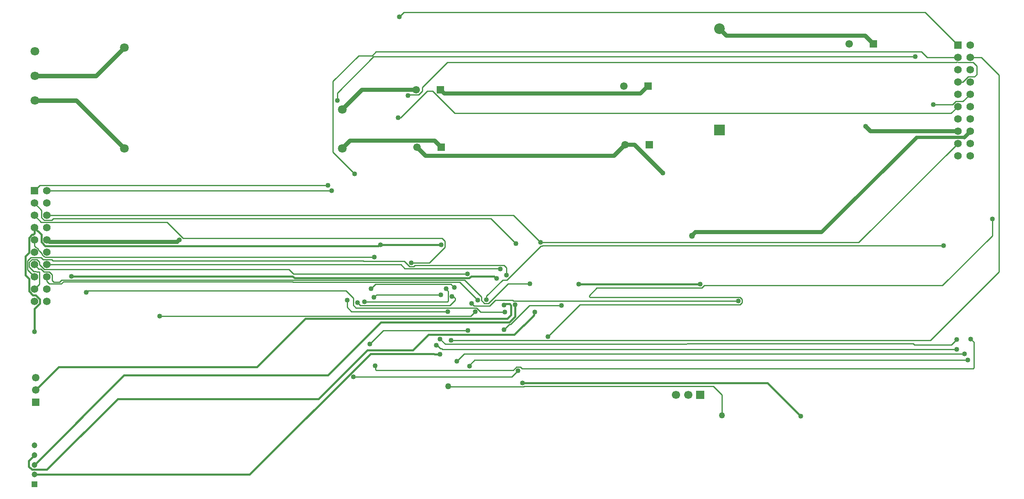
<source format=gbl>
G04*
G04 #@! TF.GenerationSoftware,Altium Limited,Altium Designer,24.8.2 (39)*
G04*
G04 Layer_Physical_Order=2*
G04 Layer_Color=16711680*
%FSLAX44Y44*%
%MOMM*%
G71*
G04*
G04 #@! TF.SameCoordinates,4885581F-0604-4F09-9491-639391A0AD0E*
G04*
G04*
G04 #@! TF.FilePolarity,Positive*
G04*
G01*
G75*
%ADD44C,1.8034*%
%ADD45R,1.5700X1.5700*%
%ADD46C,1.5700*%
%ADD47C,1.5500*%
%ADD48R,1.5500X1.5500*%
%ADD49C,1.2000*%
%ADD50R,1.2000X1.2000*%
%ADD51R,1.5500X1.5500*%
%ADD52C,2.2000*%
%ADD53R,2.2000X2.2000*%
%ADD58C,0.8128*%
%ADD59C,0.2540*%
%ADD60C,0.3810*%
%ADD63R,1.7000X1.7000*%
%ADD64C,1.7000*%
%ADD65C,1.0160*%
%ADD66C,1.2700*%
%ADD67C,0.7112*%
%ADD68C,0.7366*%
%ADD69C,0.8890*%
D44*
X297180Y1578610D02*
D03*
Y1786610D02*
D03*
X747180Y1658610D02*
D03*
Y1578610D02*
D03*
X113030Y1779270D02*
D03*
Y1728470D02*
D03*
Y1677670D02*
D03*
D45*
X111760Y1490980D02*
D03*
X2016760Y1791970D02*
D03*
D46*
X111760Y1465580D02*
D03*
Y1440180D02*
D03*
Y1414780D02*
D03*
Y1389380D02*
D03*
Y1363980D02*
D03*
Y1338580D02*
D03*
Y1313180D02*
D03*
Y1287780D02*
D03*
Y1262380D02*
D03*
X137160Y1490980D02*
D03*
Y1465580D02*
D03*
Y1440180D02*
D03*
Y1414780D02*
D03*
Y1389380D02*
D03*
Y1363980D02*
D03*
Y1338580D02*
D03*
Y1313180D02*
D03*
Y1287780D02*
D03*
Y1262380D02*
D03*
X2042160Y1563370D02*
D03*
Y1588770D02*
D03*
Y1614170D02*
D03*
Y1639570D02*
D03*
Y1664970D02*
D03*
Y1690370D02*
D03*
Y1715770D02*
D03*
Y1741170D02*
D03*
Y1766570D02*
D03*
Y1791970D02*
D03*
X2016760Y1563370D02*
D03*
Y1588770D02*
D03*
Y1614170D02*
D03*
Y1639570D02*
D03*
Y1664970D02*
D03*
Y1690370D02*
D03*
Y1715770D02*
D03*
Y1741170D02*
D03*
Y1766570D02*
D03*
D47*
X899560Y1699260D02*
D03*
X114300Y1104900D02*
D03*
Y1079500D02*
D03*
X900830Y1581150D02*
D03*
X1792370Y1794510D02*
D03*
X1330490Y1586230D02*
D03*
X1327550Y1706880D02*
D03*
D48*
X949560Y1699260D02*
D03*
X950830Y1581150D02*
D03*
X1842370Y1794510D02*
D03*
X1380490Y1586230D02*
D03*
X1377550Y1706880D02*
D03*
D49*
X111760Y964880D02*
D03*
Y944880D02*
D03*
Y924880D02*
D03*
Y904880D02*
D03*
D50*
Y884880D02*
D03*
D51*
X114300Y1054100D02*
D03*
D52*
X1525270Y1825550D02*
D03*
D53*
Y1616150D02*
D03*
D58*
X1836420Y1614170D02*
X2016760D01*
X1826260Y1624330D02*
X1836420Y1614170D01*
X1475167Y1405159D02*
X1735359D01*
X1468120Y1398270D02*
X1468278D01*
X1475167Y1405159D01*
X949560Y1699260D02*
X957434Y1691386D01*
X1362056D01*
X1377550Y1706880D01*
X747180Y1578610D02*
X762804Y1594234D01*
X937746D02*
X950830Y1581150D01*
X762804Y1594234D02*
X937746D01*
X1539800Y1811020D02*
X1825860D01*
X1525270Y1825550D02*
X1539800Y1811020D01*
X1825860D02*
X1842370Y1794510D01*
X747180Y1658610D02*
X787830Y1699260D01*
X899560D01*
X1350010Y1586230D02*
X1408430Y1527810D01*
X1330490Y1586230D02*
X1350010D01*
X1307630Y1563370D02*
X1330490Y1586230D01*
X900830Y1581150D02*
X918610Y1563370D01*
X1307630D01*
X410168Y1389380D02*
X410718D01*
X406358Y1385570D02*
X410168Y1389380D01*
X143019Y1385570D02*
X406358D01*
X137160Y1389380D02*
X139209D01*
X143019Y1385570D01*
D59*
X2014586Y1756410D02*
G03*
X2016911Y1756181I2174J10160D01*
G01*
X127115Y1361325D02*
G03*
X132712Y1354590I10045J2655D01*
G01*
X121805Y1366635D02*
G03*
X114415Y1374025I-10045J-2655D01*
G01*
X808497Y1769942D02*
X816556Y1778000D01*
X1941830D02*
X1953260Y1766570D01*
X816556Y1778000D02*
X1941830D01*
X1953260Y1766570D02*
X2016760D01*
X873760Y1859280D02*
X1949450D01*
X864870Y1850390D02*
X873760Y1859280D01*
X1160126Y1377950D02*
X1987550D01*
X1159110Y1376934D02*
X1160126Y1377950D01*
X1086479Y1306356D02*
X1157057Y1376934D01*
X1159110D01*
X781120Y1769942D02*
X808497D01*
X727964Y1716786D02*
X781120Y1769942D01*
X2087880Y1398270D02*
Y1432523D01*
X1985010Y1295400D02*
X2087880Y1398270D01*
X2101850Y1323340D02*
Y1729740D01*
X1960118Y1181608D02*
X2101850Y1323340D01*
X2065020Y1766570D02*
X2101850Y1729740D01*
X1256425Y1274608D02*
X1272137Y1290320D01*
X1493736Y1295400D02*
X1985010D01*
X1488656Y1290320D02*
X1493736Y1295400D01*
X1256425Y1272504D02*
Y1274608D01*
Y1272504D02*
X1257913Y1271016D01*
X1572006Y1260240D02*
Y1266552D01*
X1237593Y1255776D02*
X1567542D01*
Y1271016D02*
X1572006Y1266552D01*
X1257913Y1271016D02*
X1567542D01*
X1272137Y1290320D02*
X1488656D01*
X1567542Y1255776D02*
X1572006Y1260240D01*
X1171553Y1189736D02*
X1237593Y1255776D01*
X2002790Y1651000D02*
X2016760Y1664970D01*
X978728Y1651000D02*
X2002790D01*
X933008Y1696720D02*
X978728Y1651000D01*
X922175Y1696720D02*
X933008D01*
X867057Y1641602D02*
X922175Y1696720D01*
X1019964Y1141730D02*
X2037080D01*
X1018476Y1140242D02*
X1019964Y1141730D01*
X2048470Y1123366D02*
X2049958Y1124854D01*
Y1178382D01*
X2043430Y1184910D02*
X2049958Y1178382D01*
X1117895Y1123366D02*
X2048470D01*
X2027150Y1675360D02*
X2042160Y1690370D01*
X2012456Y1675360D02*
X2027150D01*
X2005876Y1668780D02*
X2012456Y1675360D01*
X1965960Y1668780D02*
X2005876D01*
X2016911Y1756181D02*
X2033270Y1756407D01*
X2016760Y1715770D02*
X2027466D01*
X2037856Y1726160D01*
X2051280D01*
X2056130Y1731010D01*
Y1748790D01*
X2048740Y1756180D02*
X2056130Y1748790D01*
X2033497Y1756180D02*
X2048740D01*
X2033270Y1756407D02*
X2033497Y1756180D01*
X2042160Y1766570D02*
X2065020D01*
X964184Y1756410D02*
X2014586D01*
X912368Y1704594D02*
X964184Y1756410D01*
X972312Y1181608D02*
X1960118D01*
X811784Y1767840D02*
X1929130D01*
X736600Y1692656D02*
X811784Y1767840D01*
X736600Y1677670D02*
Y1692656D01*
X1155954Y1384554D02*
X1812544D01*
X1053592Y1433068D02*
X1105154Y1381506D01*
X1812544Y1384554D02*
X2016760Y1588770D01*
X1512570Y1087120D02*
X1530350Y1069340D01*
Y1027430D02*
Y1069340D01*
X1122280Y1087120D02*
X1512570D01*
X727964Y1570228D02*
X772524Y1525668D01*
X727964Y1570228D02*
Y1716786D01*
X1949450Y1859280D02*
X2016760Y1791970D01*
X912368Y1696974D02*
Y1704594D01*
X904364Y1688970D02*
X912368Y1696974D01*
X882650Y1687830D02*
X883790Y1688970D01*
X904364D01*
X862076Y1641602D02*
X867057D01*
X1106316Y1126744D02*
X1114518D01*
X1117895Y1123366D01*
X815086Y1129284D02*
X815194Y1129176D01*
Y1121899D02*
X816682Y1120412D01*
X1099983D02*
X1106316Y1126744D01*
X815194Y1121899D02*
Y1129176D01*
X816682Y1120412D02*
X1099983D01*
X646684Y1318768D02*
X1005586D01*
X637262Y1328190D02*
X646684Y1318768D01*
X132540Y1328190D02*
X637262D01*
X122150Y1338580D02*
X132540Y1328190D01*
X122150Y1338580D02*
Y1343660D01*
X116840Y1348970D02*
X122150Y1343660D01*
X106680Y1348970D02*
X116840D01*
X101370Y1343660D02*
X106680Y1348970D01*
X101370Y1333500D02*
Y1343660D01*
Y1333500D02*
X110260Y1324610D01*
X122174Y1323594D01*
Y1298194D02*
Y1323594D01*
X111760Y1287780D02*
X122174Y1298194D01*
X137160Y1303528D02*
Y1313180D01*
Y1303528D02*
X142240Y1298448D01*
X167386D01*
X644472Y1303020D02*
X645233Y1302258D01*
X988822D02*
X1026160Y1264920D01*
X645233Y1302258D02*
X988822D01*
X171958Y1303020D02*
X644472D01*
X167386Y1298448D02*
X171958Y1303020D01*
X896874Y1336802D02*
X1080637D01*
X894334Y1334262D02*
X896874Y1336802D01*
X885952Y1334262D02*
X894334D01*
X875030Y1345184D02*
X885952Y1334262D01*
X791210Y1345184D02*
X875030D01*
X790194Y1346200D02*
X791210Y1345184D01*
X150368Y1346200D02*
X790194D01*
X147574Y1348994D02*
X150368Y1346200D01*
X129746Y1348994D02*
X147574D01*
X125960Y1352780D02*
X129746Y1348994D01*
X104140Y1352780D02*
X125960D01*
X97560Y1346200D02*
X104140Y1352780D01*
X97560Y1327380D02*
Y1346200D01*
Y1327380D02*
X111760Y1313180D01*
X1085850Y1316990D02*
Y1331589D01*
X1080637Y1336802D02*
X1085850Y1331589D01*
X1071708Y1330452D02*
X1073150Y1329010D01*
X876046Y1330452D02*
X1071708D01*
X867918Y1338580D02*
X876046Y1330452D01*
X137160Y1338580D02*
X867918D01*
X1033780Y1264920D02*
Y1272032D01*
X151638Y1302258D02*
X163576D01*
X148336Y1305560D02*
X151638Y1302258D01*
X148336Y1305560D02*
Y1317498D01*
X142240Y1323594D02*
X148336Y1317498D01*
X131748Y1323594D02*
X142240D01*
X125652Y1329690D02*
X131748Y1323594D01*
X120650Y1329690D02*
X125652D01*
X111760Y1338580D02*
X120650Y1329690D01*
X1089411Y1299210D02*
X1134110D01*
X1033780Y1264920D02*
X1040130Y1258570D01*
X1048771D02*
X1089411Y1299210D01*
X1040130Y1258570D02*
X1048771D01*
X646812Y1306068D02*
X999744D01*
X646050Y1306830D02*
X646812Y1306068D01*
X999744D02*
X1033780Y1272032D01*
X163576Y1302258D02*
X168148Y1306830D01*
X646050D01*
X774900Y1249172D02*
X1023982D01*
X1032364Y1240790D02*
X1082040D01*
X1023982Y1249172D02*
X1032364Y1240790D01*
X769620Y1254452D02*
Y1269492D01*
Y1254452D02*
X774900Y1249172D01*
X754888Y1284224D02*
X769620Y1269492D01*
X223296Y1284224D02*
X754888D01*
X218440Y1281430D02*
X220502D01*
X223296Y1284224D01*
X150852Y1433068D02*
X1053592D01*
X147574Y1429790D02*
X150852Y1433068D01*
X132080Y1429790D02*
X147574D01*
X126746Y1435124D02*
X132080Y1429790D01*
X126746Y1435124D02*
Y1450594D01*
X111760Y1465580D02*
X126746Y1450594D01*
X1100328Y1440180D02*
X1155954Y1384554D01*
X137160Y1440180D02*
X1100328D01*
X1091565Y1214755D02*
X1093787D01*
X1080770Y1203960D02*
X1091565Y1214755D01*
X1093787D02*
X1133284Y1254252D01*
X1198880D01*
X111760Y1490980D02*
X123190Y1502410D01*
X717042D01*
X1096772Y1106424D02*
X1109472Y1119124D01*
X769620Y1106424D02*
X1096772D01*
X137160Y1490980D02*
X724662D01*
X370586Y1232154D02*
X1011936D01*
X1021080Y1241298D01*
X965200Y1087120D02*
X965962Y1086358D01*
X926592Y1341882D02*
X958850Y1374140D01*
X125960Y1425980D02*
X385294D01*
X418338Y1392936D01*
X111760Y1440180D02*
X125960Y1425980D01*
X889254Y1341882D02*
X926592D01*
X958850Y1374140D02*
Y1386840D01*
X418338Y1392936D02*
X952754D01*
X958850Y1386840D01*
X965962Y1086358D02*
X1121518D01*
X1122280Y1087120D01*
X982980Y1139190D02*
X998220Y1154430D01*
X2030512D01*
X2003113Y1172279D02*
X2014220Y1183386D01*
X1927523Y1172279D02*
X2003113D01*
X1924798Y1175004D02*
X1927523Y1172279D01*
X984504Y1173988D02*
X1924798Y1175004D01*
X959358Y1173988D02*
X984504D01*
X948690Y1184656D02*
Y1184910D01*
Y1184656D02*
X959358Y1173988D01*
X941070Y1172210D02*
X942558D01*
X949670Y1165098D02*
X952100D01*
X942558Y1172210D02*
X949670Y1165098D01*
X952100D02*
X953878Y1163320D01*
X2014220D01*
X1142740Y1234658D02*
Y1235492D01*
X1142812Y1235564D02*
Y1239332D01*
X1144270Y1240790D01*
X1142740Y1235492D02*
X1142812Y1235564D01*
X765810Y1241552D02*
X964946D01*
X756920Y1250442D02*
Y1264920D01*
Y1250442D02*
X765810Y1241552D01*
X969010Y1254252D02*
X979678Y1264920D01*
X972820Y1272540D02*
X974278Y1271082D01*
X977526D01*
X979678Y1268930D01*
Y1264920D02*
Y1268930D01*
X784098Y1254252D02*
X969010D01*
X778510Y1259840D02*
X784098Y1254252D01*
X977428Y1291590D02*
X977900D01*
X971078Y1297940D02*
X977428Y1291590D01*
X806450Y1289050D02*
X815340Y1297940D01*
X971078D01*
X831850Y1202690D02*
X1005840D01*
X803910Y1174750D02*
X831850Y1202690D01*
X963712Y1261872D02*
X965200Y1263360D01*
X792370Y1261872D02*
X963712D01*
X965200Y1263360D02*
Y1283178D01*
X961390Y1286988D02*
Y1289050D01*
Y1286988D02*
X965200Y1283178D01*
X812292Y1270762D02*
X817880Y1276350D01*
X949960D01*
X134874Y1353566D02*
X135823Y1353566D01*
X111760Y1376680D02*
X114415Y1374025D01*
X135823Y1353566D02*
X812800D01*
X132712Y1354590D02*
X134874Y1353566D01*
X121805Y1366635D02*
X127115Y1361325D01*
X111760Y1376680D02*
Y1389380D01*
X971550Y1182370D02*
X972312Y1181608D01*
X1077756Y1306356D02*
X1086479D01*
X1044511Y1273111D02*
X1077756Y1306356D01*
X1044511Y1266761D02*
Y1273111D01*
X1043940Y1266190D02*
X1044511Y1266761D01*
X1009650Y1131092D02*
X1018476Y1139918D01*
X1009650Y1129030D02*
Y1131092D01*
X1018476Y1139918D02*
Y1140242D01*
X1062741Y1264890D02*
X1098659D01*
X1100153Y1263396D01*
X1564386D01*
X1018758Y1253490D02*
X1051340D01*
X1013460Y1258570D02*
X1013678D01*
X1051340Y1253490D02*
X1062741Y1264890D01*
X1013678Y1258570D02*
X1018758Y1253490D01*
D60*
X937260Y1153160D02*
X948690D01*
X805180Y1154430D02*
X935990D01*
X937260Y1153160D01*
X555630Y904880D02*
X805180Y1154430D01*
X1623822Y1093978D02*
X1692546Y1025254D01*
X1118362Y1093978D02*
X1623822D01*
X1095248Y1234440D02*
Y1254052D01*
X1087374Y1226566D02*
X1095248Y1234440D01*
X670560Y1226566D02*
X1087374D01*
X571246Y1127252D02*
X670560Y1226566D01*
X162052Y1127252D02*
X571246D01*
X114300Y1079500D02*
X162052Y1127252D01*
X1092200Y1257100D02*
X1095248Y1254052D01*
X1080770Y1254760D02*
X1082488D01*
X1084828Y1257100D02*
X1092200D01*
X1082488Y1254760D02*
X1084828Y1257100D01*
X187960Y1314450D02*
X644716D01*
X1009005Y1310513D02*
X1012942Y1314450D01*
X644716D02*
X648653Y1310513D01*
X1009005D01*
X1012942Y1314450D02*
X1060003D01*
X1064575Y1309878D01*
X1065410D01*
X798576Y1162050D02*
X892810D01*
X697738Y1061212D02*
X798576Y1162050D01*
X283718Y1061212D02*
X697738D01*
X137414Y914908D02*
X283718Y1061212D01*
X106680Y914908D02*
X137414D01*
X1140397Y1232091D02*
Y1232315D01*
X100330Y921258D02*
X106680Y914908D01*
X100330Y921258D02*
Y933450D01*
X111760Y944880D01*
X1102106Y1193800D02*
X1140397Y1232091D01*
X892810Y1162050D02*
X924560Y1193800D01*
X1102106D01*
X1140397Y1232315D02*
X1142740Y1234658D01*
X111760Y924880D02*
X296860Y1109980D01*
X717296D01*
X1103884Y1231138D02*
Y1255776D01*
X717296Y1109980D02*
X826516Y1219200D01*
X1091946D01*
X1103884Y1231138D01*
X111760Y904880D02*
X555630D01*
X1234694Y1297940D02*
X1485500D01*
X825500Y1378966D02*
X951230D01*
X100735Y1283213D02*
X108868Y1275080D01*
X93115Y1316234D02*
X100735Y1308613D01*
X93115Y1355933D02*
X100735Y1363553D01*
X107193Y1400405D02*
X109528D01*
X100735Y1283213D02*
Y1308613D01*
X93115Y1316234D02*
Y1355933D01*
X100735Y1363553D02*
Y1393947D01*
X107193Y1400405D01*
X108868Y1275080D02*
X114652D01*
X122785Y1266947D01*
Y1257813D02*
Y1266947D01*
X111760Y1246788D02*
X122785Y1257813D01*
X111760Y1402637D02*
Y1414780D01*
X109528Y1400405D02*
X111760Y1402637D01*
X823782Y1378966D02*
X825500D01*
X821496Y1376680D02*
X823782Y1378966D01*
X126135Y1384813D02*
X134268Y1376680D01*
X821496D01*
X126135Y1384813D02*
Y1400405D01*
X111354Y1415186D02*
X126135Y1400405D01*
X111760Y1200150D02*
Y1246788D01*
D63*
X1485500Y1069490D02*
D03*
D64*
X1435500D02*
D03*
X1460500D02*
D03*
D65*
X1826260Y1624330D02*
D03*
X864870Y1850390D02*
D03*
X1987550Y1377950D02*
D03*
X2087880Y1432523D02*
D03*
X2037080Y1141730D02*
D03*
X2043430Y1184910D02*
D03*
X1965960Y1668780D02*
D03*
X1929130Y1767840D02*
D03*
X736600Y1677670D02*
D03*
X948690Y1153160D02*
D03*
X1105154Y1381506D02*
D03*
X1080770Y1254760D02*
D03*
X1065410Y1309878D02*
D03*
X187960Y1314450D02*
D03*
X772524Y1525668D02*
D03*
X882650Y1687830D02*
D03*
X862076Y1641602D02*
D03*
X815086Y1129284D02*
D03*
X1005586Y1318768D02*
D03*
X1026160Y1264920D02*
D03*
X1085850Y1316990D02*
D03*
X1073150Y1329010D02*
D03*
X1134110Y1299210D02*
D03*
X1082040Y1240790D02*
D03*
X218440Y1281430D02*
D03*
X1155954Y1384554D02*
D03*
X1198880Y1254252D02*
D03*
X1080770Y1203960D02*
D03*
X717042Y1502410D02*
D03*
X769620Y1106424D02*
D03*
X1109472Y1119124D02*
D03*
X724662Y1490980D02*
D03*
X370586Y1232154D02*
D03*
X1021080Y1241298D02*
D03*
X889254Y1341882D02*
D03*
X982980Y1139190D02*
D03*
X2030730Y1154430D02*
D03*
X2014220Y1183386D02*
D03*
X948690Y1184910D02*
D03*
X941070Y1172210D02*
D03*
X2014220Y1163320D02*
D03*
X1692546Y1025254D02*
D03*
X1118362Y1093978D02*
D03*
X1144270Y1240790D02*
D03*
X1103884Y1255776D02*
D03*
X964946Y1241552D02*
D03*
X756920Y1264920D02*
D03*
X972820Y1272540D02*
D03*
X778510Y1259840D02*
D03*
X977900Y1291590D02*
D03*
X806450Y1289050D02*
D03*
X1005840Y1202690D02*
D03*
X803910Y1174750D02*
D03*
X792370Y1261872D02*
D03*
X961390Y1289050D02*
D03*
X812292Y1270762D02*
D03*
X949960Y1276350D02*
D03*
X812800Y1353566D02*
D03*
X1485500Y1297940D02*
D03*
X1234694D02*
D03*
X825500Y1378966D02*
D03*
X951230D02*
D03*
X111760Y1200150D02*
D03*
X971550Y1182370D02*
D03*
X1171553Y1189736D02*
D03*
X1043940Y1266190D02*
D03*
X1009650Y1129030D02*
D03*
X1013460Y1258570D02*
D03*
X1564386Y1263396D02*
D03*
X410718Y1389380D02*
D03*
X1408430Y1527810D02*
D03*
D66*
X1468120Y1398270D02*
D03*
X1530350Y1027430D02*
D03*
X965200Y1087120D02*
D03*
D67*
X1931670Y1601470D02*
X2029460D01*
D68*
X1735359Y1405159D02*
X1931670Y1601470D01*
X2029460D02*
X2042160Y1614170D01*
D69*
X198120Y1677670D02*
X297180Y1578610D01*
X113030Y1677670D02*
X198120D01*
X239040Y1728470D02*
X297180Y1786610D01*
X113030Y1728470D02*
X239040D01*
M02*

</source>
